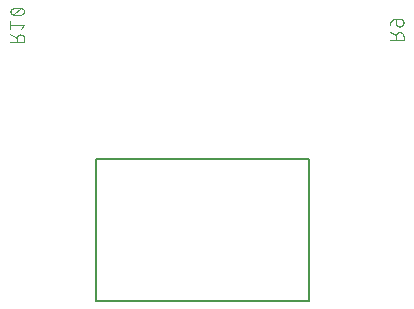
<source format=gbo>
G04 EAGLE Gerber X2 export*
%TF.Part,Single*%
%TF.FileFunction,Legend,Bot,1*%
%TF.FilePolarity,Positive*%
%TF.GenerationSoftware,Autodesk,EAGLE,9.0.1*%
%TF.CreationDate,2018-06-02T06:43:15Z*%
G75*
%MOMM*%
%FSLAX34Y34*%
%LPD*%
%AMOC8*
5,1,8,0,0,1.08239X$1,22.5*%
G01*
%ADD10C,0.152400*%
%ADD11C,0.101600*%


D10*
X334000Y169000D02*
X334000Y49000D01*
X154000Y49000D01*
X154000Y169000D01*
X334000Y169000D01*
D11*
X402708Y269808D02*
X414392Y269808D01*
X414392Y273054D01*
X414390Y273167D01*
X414384Y273280D01*
X414374Y273393D01*
X414360Y273506D01*
X414343Y273618D01*
X414321Y273729D01*
X414296Y273839D01*
X414266Y273949D01*
X414233Y274057D01*
X414196Y274164D01*
X414156Y274270D01*
X414111Y274374D01*
X414063Y274477D01*
X414012Y274578D01*
X413957Y274677D01*
X413899Y274774D01*
X413837Y274869D01*
X413772Y274962D01*
X413704Y275052D01*
X413633Y275140D01*
X413558Y275226D01*
X413481Y275309D01*
X413401Y275389D01*
X413318Y275466D01*
X413232Y275541D01*
X413144Y275612D01*
X413054Y275680D01*
X412961Y275745D01*
X412866Y275807D01*
X412769Y275865D01*
X412670Y275920D01*
X412569Y275971D01*
X412466Y276019D01*
X412362Y276064D01*
X412256Y276104D01*
X412149Y276141D01*
X412041Y276174D01*
X411931Y276204D01*
X411821Y276229D01*
X411710Y276251D01*
X411598Y276268D01*
X411485Y276282D01*
X411372Y276292D01*
X411259Y276298D01*
X411146Y276300D01*
X411033Y276298D01*
X410920Y276292D01*
X410807Y276282D01*
X410694Y276268D01*
X410582Y276251D01*
X410471Y276229D01*
X410361Y276204D01*
X410251Y276174D01*
X410143Y276141D01*
X410036Y276104D01*
X409930Y276064D01*
X409826Y276019D01*
X409723Y275971D01*
X409622Y275920D01*
X409523Y275865D01*
X409426Y275807D01*
X409331Y275745D01*
X409238Y275680D01*
X409148Y275612D01*
X409060Y275541D01*
X408974Y275466D01*
X408891Y275389D01*
X408811Y275309D01*
X408734Y275226D01*
X408659Y275140D01*
X408588Y275052D01*
X408520Y274962D01*
X408455Y274869D01*
X408393Y274774D01*
X408335Y274677D01*
X408280Y274578D01*
X408229Y274477D01*
X408181Y274374D01*
X408136Y274270D01*
X408096Y274164D01*
X408059Y274057D01*
X408026Y273949D01*
X407996Y273839D01*
X407971Y273729D01*
X407949Y273618D01*
X407932Y273506D01*
X407918Y273393D01*
X407908Y273280D01*
X407902Y273167D01*
X407900Y273054D01*
X407901Y273054D02*
X407901Y269808D01*
X407901Y273703D02*
X402708Y276299D01*
X407901Y283761D02*
X407901Y287655D01*
X407901Y283761D02*
X407903Y283662D01*
X407909Y283562D01*
X407918Y283463D01*
X407931Y283365D01*
X407948Y283267D01*
X407969Y283169D01*
X407994Y283073D01*
X408022Y282978D01*
X408054Y282884D01*
X408089Y282791D01*
X408128Y282699D01*
X408171Y282609D01*
X408216Y282521D01*
X408266Y282434D01*
X408318Y282350D01*
X408374Y282267D01*
X408432Y282187D01*
X408494Y282109D01*
X408559Y282034D01*
X408627Y281961D01*
X408697Y281891D01*
X408770Y281823D01*
X408845Y281758D01*
X408923Y281696D01*
X409003Y281638D01*
X409086Y281582D01*
X409170Y281530D01*
X409257Y281480D01*
X409345Y281435D01*
X409435Y281392D01*
X409527Y281353D01*
X409620Y281318D01*
X409714Y281286D01*
X409809Y281258D01*
X409905Y281233D01*
X410003Y281212D01*
X410101Y281195D01*
X410199Y281182D01*
X410298Y281173D01*
X410398Y281167D01*
X410497Y281165D01*
X410497Y281164D02*
X411146Y281164D01*
X411259Y281166D01*
X411372Y281172D01*
X411485Y281182D01*
X411598Y281196D01*
X411710Y281213D01*
X411821Y281235D01*
X411931Y281260D01*
X412041Y281290D01*
X412149Y281323D01*
X412256Y281360D01*
X412362Y281400D01*
X412466Y281445D01*
X412569Y281493D01*
X412670Y281544D01*
X412769Y281599D01*
X412866Y281657D01*
X412961Y281719D01*
X413054Y281784D01*
X413144Y281852D01*
X413232Y281923D01*
X413318Y281998D01*
X413401Y282075D01*
X413481Y282155D01*
X413558Y282238D01*
X413633Y282324D01*
X413704Y282412D01*
X413772Y282502D01*
X413837Y282595D01*
X413899Y282690D01*
X413957Y282787D01*
X414012Y282886D01*
X414063Y282987D01*
X414111Y283090D01*
X414156Y283194D01*
X414196Y283300D01*
X414233Y283407D01*
X414266Y283515D01*
X414296Y283625D01*
X414321Y283735D01*
X414343Y283846D01*
X414360Y283958D01*
X414374Y284071D01*
X414384Y284184D01*
X414390Y284297D01*
X414392Y284410D01*
X414390Y284523D01*
X414384Y284636D01*
X414374Y284749D01*
X414360Y284862D01*
X414343Y284974D01*
X414321Y285085D01*
X414296Y285195D01*
X414266Y285305D01*
X414233Y285413D01*
X414196Y285520D01*
X414156Y285626D01*
X414111Y285730D01*
X414063Y285833D01*
X414012Y285934D01*
X413957Y286033D01*
X413899Y286130D01*
X413837Y286225D01*
X413772Y286318D01*
X413704Y286408D01*
X413633Y286496D01*
X413558Y286582D01*
X413481Y286665D01*
X413401Y286745D01*
X413318Y286822D01*
X413232Y286897D01*
X413144Y286968D01*
X413054Y287036D01*
X412961Y287101D01*
X412866Y287163D01*
X412769Y287221D01*
X412670Y287276D01*
X412569Y287327D01*
X412466Y287375D01*
X412362Y287420D01*
X412256Y287460D01*
X412149Y287497D01*
X412041Y287530D01*
X411931Y287560D01*
X411821Y287585D01*
X411710Y287607D01*
X411598Y287624D01*
X411485Y287638D01*
X411372Y287648D01*
X411259Y287654D01*
X411146Y287656D01*
X411146Y287655D02*
X407901Y287655D01*
X407901Y287656D02*
X407758Y287654D01*
X407615Y287648D01*
X407472Y287638D01*
X407330Y287624D01*
X407188Y287607D01*
X407046Y287585D01*
X406905Y287560D01*
X406765Y287530D01*
X406626Y287497D01*
X406488Y287460D01*
X406351Y287419D01*
X406215Y287375D01*
X406080Y287326D01*
X405947Y287274D01*
X405815Y287219D01*
X405685Y287159D01*
X405556Y287096D01*
X405429Y287030D01*
X405305Y286960D01*
X405182Y286887D01*
X405061Y286810D01*
X404942Y286730D01*
X404826Y286647D01*
X404711Y286561D01*
X404600Y286472D01*
X404490Y286379D01*
X404384Y286284D01*
X404280Y286185D01*
X404179Y286084D01*
X404080Y285980D01*
X403985Y285874D01*
X403892Y285764D01*
X403803Y285653D01*
X403717Y285538D01*
X403634Y285422D01*
X403554Y285303D01*
X403477Y285182D01*
X403404Y285060D01*
X403334Y284935D01*
X403268Y284808D01*
X403205Y284679D01*
X403145Y284549D01*
X403090Y284417D01*
X403038Y284284D01*
X402989Y284149D01*
X402945Y284013D01*
X402904Y283876D01*
X402867Y283738D01*
X402834Y283599D01*
X402804Y283459D01*
X402779Y283318D01*
X402757Y283176D01*
X402740Y283034D01*
X402726Y282892D01*
X402716Y282749D01*
X402710Y282606D01*
X402708Y282463D01*
X93292Y267915D02*
X81608Y267915D01*
X93292Y267915D02*
X93292Y271160D01*
X93290Y271273D01*
X93284Y271386D01*
X93274Y271499D01*
X93260Y271612D01*
X93243Y271724D01*
X93221Y271835D01*
X93196Y271945D01*
X93166Y272055D01*
X93133Y272163D01*
X93096Y272270D01*
X93056Y272376D01*
X93011Y272480D01*
X92963Y272583D01*
X92912Y272684D01*
X92857Y272783D01*
X92799Y272880D01*
X92737Y272975D01*
X92672Y273068D01*
X92604Y273158D01*
X92533Y273246D01*
X92458Y273332D01*
X92381Y273415D01*
X92301Y273495D01*
X92218Y273572D01*
X92132Y273647D01*
X92044Y273718D01*
X91954Y273786D01*
X91861Y273851D01*
X91766Y273913D01*
X91669Y273971D01*
X91570Y274026D01*
X91469Y274077D01*
X91366Y274125D01*
X91262Y274170D01*
X91156Y274210D01*
X91049Y274247D01*
X90941Y274280D01*
X90831Y274310D01*
X90721Y274335D01*
X90610Y274357D01*
X90498Y274374D01*
X90385Y274388D01*
X90272Y274398D01*
X90159Y274404D01*
X90046Y274406D01*
X89933Y274404D01*
X89820Y274398D01*
X89707Y274388D01*
X89594Y274374D01*
X89482Y274357D01*
X89371Y274335D01*
X89261Y274310D01*
X89151Y274280D01*
X89043Y274247D01*
X88936Y274210D01*
X88830Y274170D01*
X88726Y274125D01*
X88623Y274077D01*
X88522Y274026D01*
X88423Y273971D01*
X88326Y273913D01*
X88231Y273851D01*
X88138Y273786D01*
X88048Y273718D01*
X87960Y273647D01*
X87874Y273572D01*
X87791Y273495D01*
X87711Y273415D01*
X87634Y273332D01*
X87559Y273246D01*
X87488Y273158D01*
X87420Y273068D01*
X87355Y272975D01*
X87293Y272880D01*
X87235Y272783D01*
X87180Y272684D01*
X87129Y272583D01*
X87081Y272480D01*
X87036Y272376D01*
X86996Y272270D01*
X86959Y272163D01*
X86926Y272055D01*
X86896Y271945D01*
X86871Y271835D01*
X86849Y271724D01*
X86832Y271612D01*
X86818Y271499D01*
X86808Y271386D01*
X86802Y271273D01*
X86800Y271160D01*
X86801Y271160D02*
X86801Y267915D01*
X86801Y271809D02*
X81608Y274406D01*
X90696Y279271D02*
X93292Y282516D01*
X81608Y282516D01*
X81608Y279271D02*
X81608Y285762D01*
X87450Y290701D02*
X87680Y290704D01*
X87910Y290712D01*
X88139Y290726D01*
X88368Y290745D01*
X88597Y290770D01*
X88824Y290800D01*
X89052Y290835D01*
X89278Y290876D01*
X89503Y290922D01*
X89727Y290974D01*
X89949Y291031D01*
X90171Y291093D01*
X90390Y291161D01*
X90608Y291234D01*
X90825Y291312D01*
X91039Y291395D01*
X91251Y291483D01*
X91461Y291576D01*
X91669Y291675D01*
X91669Y291674D02*
X91759Y291707D01*
X91848Y291743D01*
X91936Y291783D01*
X92021Y291827D01*
X92105Y291874D01*
X92187Y291924D01*
X92267Y291978D01*
X92344Y292034D01*
X92420Y292094D01*
X92493Y292157D01*
X92563Y292222D01*
X92631Y292291D01*
X92695Y292362D01*
X92757Y292435D01*
X92816Y292511D01*
X92872Y292589D01*
X92925Y292670D01*
X92974Y292752D01*
X93020Y292836D01*
X93063Y292923D01*
X93102Y293010D01*
X93138Y293100D01*
X93170Y293190D01*
X93198Y293282D01*
X93223Y293375D01*
X93244Y293469D01*
X93261Y293563D01*
X93275Y293658D01*
X93284Y293754D01*
X93290Y293850D01*
X93292Y293946D01*
X93290Y294042D01*
X93284Y294138D01*
X93275Y294234D01*
X93261Y294329D01*
X93244Y294423D01*
X93223Y294517D01*
X93198Y294610D01*
X93170Y294702D01*
X93138Y294792D01*
X93102Y294882D01*
X93063Y294969D01*
X93020Y295056D01*
X92974Y295140D01*
X92925Y295222D01*
X92872Y295303D01*
X92816Y295381D01*
X92757Y295457D01*
X92695Y295530D01*
X92631Y295601D01*
X92563Y295670D01*
X92493Y295735D01*
X92420Y295798D01*
X92344Y295858D01*
X92267Y295914D01*
X92187Y295968D01*
X92105Y296018D01*
X92021Y296065D01*
X91936Y296109D01*
X91848Y296149D01*
X91759Y296185D01*
X91669Y296218D01*
X91669Y296219D02*
X91462Y296318D01*
X91252Y296411D01*
X91039Y296499D01*
X90825Y296582D01*
X90609Y296660D01*
X90391Y296733D01*
X90171Y296801D01*
X89950Y296863D01*
X89727Y296920D01*
X89503Y296972D01*
X89278Y297018D01*
X89052Y297059D01*
X88825Y297094D01*
X88597Y297124D01*
X88368Y297149D01*
X88139Y297168D01*
X87910Y297182D01*
X87680Y297190D01*
X87450Y297193D01*
X87450Y290701D02*
X87220Y290704D01*
X86990Y290712D01*
X86761Y290726D01*
X86532Y290745D01*
X86303Y290770D01*
X86075Y290800D01*
X85848Y290835D01*
X85622Y290876D01*
X85397Y290922D01*
X85173Y290974D01*
X84950Y291031D01*
X84729Y291093D01*
X84509Y291161D01*
X84291Y291234D01*
X84075Y291312D01*
X83861Y291395D01*
X83649Y291483D01*
X83438Y291576D01*
X83231Y291675D01*
X83231Y291674D02*
X83141Y291707D01*
X83052Y291743D01*
X82964Y291784D01*
X82879Y291827D01*
X82795Y291874D01*
X82713Y291924D01*
X82633Y291978D01*
X82556Y292034D01*
X82480Y292094D01*
X82407Y292157D01*
X82337Y292222D01*
X82269Y292291D01*
X82205Y292362D01*
X82143Y292435D01*
X82084Y292511D01*
X82028Y292589D01*
X81975Y292670D01*
X81926Y292752D01*
X81880Y292836D01*
X81837Y292923D01*
X81798Y293010D01*
X81762Y293100D01*
X81730Y293190D01*
X81702Y293282D01*
X81677Y293375D01*
X81656Y293469D01*
X81639Y293563D01*
X81625Y293658D01*
X81616Y293754D01*
X81610Y293850D01*
X81608Y293946D01*
X83231Y296218D02*
X83438Y296317D01*
X83649Y296410D01*
X83861Y296498D01*
X84075Y296581D01*
X84291Y296659D01*
X84509Y296732D01*
X84729Y296800D01*
X84950Y296862D01*
X85173Y296919D01*
X85397Y296971D01*
X85622Y297017D01*
X85848Y297058D01*
X86075Y297093D01*
X86303Y297123D01*
X86532Y297148D01*
X86761Y297167D01*
X86990Y297181D01*
X87220Y297189D01*
X87450Y297192D01*
X83231Y296218D02*
X83141Y296185D01*
X83052Y296149D01*
X82964Y296109D01*
X82879Y296065D01*
X82795Y296018D01*
X82713Y295968D01*
X82633Y295914D01*
X82556Y295858D01*
X82480Y295798D01*
X82407Y295735D01*
X82337Y295670D01*
X82269Y295601D01*
X82205Y295530D01*
X82143Y295457D01*
X82084Y295381D01*
X82028Y295303D01*
X81975Y295222D01*
X81926Y295140D01*
X81880Y295056D01*
X81837Y294969D01*
X81798Y294882D01*
X81762Y294792D01*
X81730Y294702D01*
X81702Y294610D01*
X81677Y294517D01*
X81656Y294423D01*
X81639Y294329D01*
X81625Y294234D01*
X81616Y294138D01*
X81610Y294042D01*
X81608Y293946D01*
X84204Y291350D02*
X90696Y296543D01*
M02*

</source>
